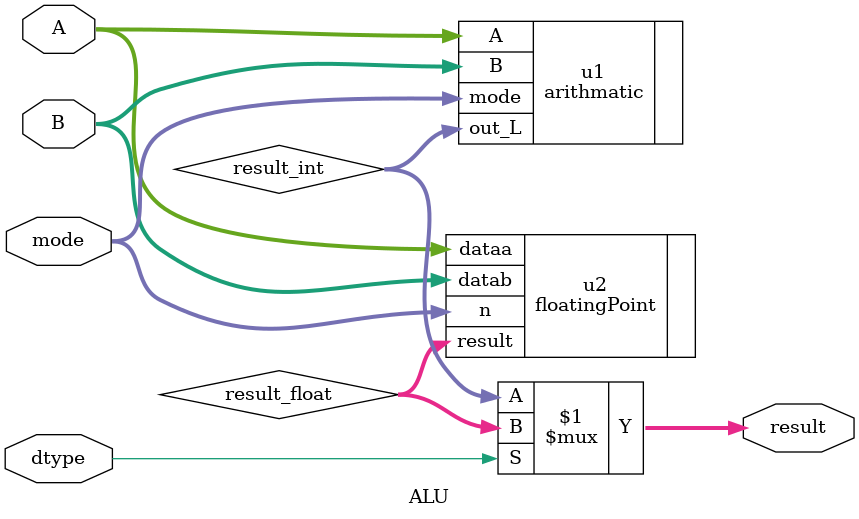
<source format=v>
module ALU
 #(parameter bw= 32)
(
	input wire [bw-1:0]A,
	input wire [bw-1:0]B,
	input wire [3:0]mode,
	input dtype,
	output wire [bw-1:0]result
//	output wire [bw-1:0]high,
//	output wire [bw-1:0]low 
);

wire [bw-1:0] result_int,result_float;

arithmatic u1(.mode(mode),
				  .A(A), 
				  .B(B),
				  .out_L(result_int));
				  
floatingPoint u2(.dataa(A),
                 .datab(B),
                 .n(mode),    
					  .result(result_float));
					  
assign result=dtype? result_float:result_int;

					  
endmodule 
</source>
